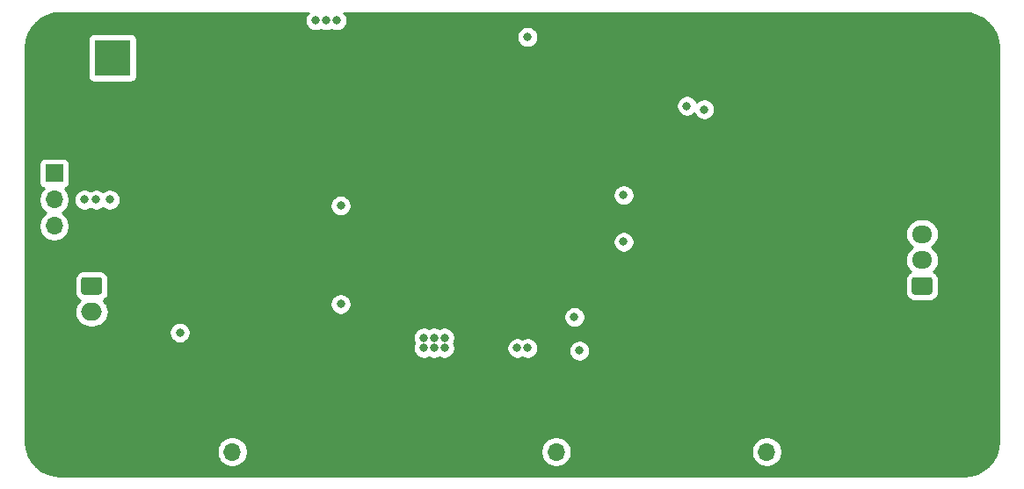
<source format=gbr>
G04 #@! TF.GenerationSoftware,KiCad,Pcbnew,5.1.10-88a1d61d58~90~ubuntu20.10.1*
G04 #@! TF.CreationDate,2021-08-07T15:31:49+02:00*
G04 #@! TF.ProjectId,DccDecoder,44636344-6563-46f6-9465-722e6b696361,rev?*
G04 #@! TF.SameCoordinates,Original*
G04 #@! TF.FileFunction,Copper,L2,Inr*
G04 #@! TF.FilePolarity,Positive*
%FSLAX46Y46*%
G04 Gerber Fmt 4.6, Leading zero omitted, Abs format (unit mm)*
G04 Created by KiCad (PCBNEW 5.1.10-88a1d61d58~90~ubuntu20.10.1) date 2021-08-07 15:31:49*
%MOMM*%
%LPD*%
G01*
G04 APERTURE LIST*
G04 #@! TA.AperFunction,ComponentPad*
%ADD10C,4.700000*%
G04 #@! TD*
G04 #@! TA.AperFunction,ComponentPad*
%ADD11O,1.700000X1.700000*%
G04 #@! TD*
G04 #@! TA.AperFunction,ComponentPad*
%ADD12R,1.700000X1.700000*%
G04 #@! TD*
G04 #@! TA.AperFunction,ComponentPad*
%ADD13R,3.500000X3.500000*%
G04 #@! TD*
G04 #@! TA.AperFunction,ComponentPad*
%ADD14O,1.950000X1.700000*%
G04 #@! TD*
G04 #@! TA.AperFunction,ComponentPad*
%ADD15O,2.000000X1.700000*%
G04 #@! TD*
G04 #@! TA.AperFunction,ViaPad*
%ADD16C,0.800000*%
G04 #@! TD*
G04 #@! TA.AperFunction,Conductor*
%ADD17C,0.254000*%
G04 #@! TD*
G04 #@! TA.AperFunction,Conductor*
%ADD18C,0.100000*%
G04 #@! TD*
G04 APERTURE END LIST*
D10*
X111000000Y-24000000D03*
X111000000Y-62000000D03*
X24000000Y-62000000D03*
D11*
X92040000Y-63000000D03*
D12*
X89500000Y-63000000D03*
D11*
X71750000Y-63000000D03*
D12*
X69210000Y-63000000D03*
G04 #@! TA.AperFunction,ComponentPad*
G36*
G01*
X24250000Y-30575000D02*
X24250000Y-28825000D01*
G75*
G02*
X25125000Y-27950000I875000J0D01*
G01*
X26875000Y-27950000D01*
G75*
G02*
X27750000Y-28825000I0J-875000D01*
G01*
X27750000Y-30575000D01*
G75*
G02*
X26875000Y-31450000I-875000J0D01*
G01*
X25125000Y-31450000D01*
G75*
G02*
X24250000Y-30575000I0J875000D01*
G01*
G37*
G04 #@! TD.AperFunction*
G04 #@! TA.AperFunction,ComponentPad*
G36*
G01*
X21500000Y-26000000D02*
X21500000Y-24000000D01*
G75*
G02*
X22250000Y-23250000I750000J0D01*
G01*
X23750000Y-23250000D01*
G75*
G02*
X24500000Y-24000000I0J-750000D01*
G01*
X24500000Y-26000000D01*
G75*
G02*
X23750000Y-26750000I-750000J0D01*
G01*
X22250000Y-26750000D01*
G75*
G02*
X21500000Y-26000000I0J750000D01*
G01*
G37*
G04 #@! TD.AperFunction*
D13*
X29000000Y-25000000D03*
D14*
X107000000Y-39500000D03*
X107000000Y-42000000D03*
X107000000Y-44500000D03*
G04 #@! TA.AperFunction,ComponentPad*
G36*
G01*
X107725000Y-47850000D02*
X106275000Y-47850000D01*
G75*
G02*
X106025000Y-47600000I0J250000D01*
G01*
X106025000Y-46400000D01*
G75*
G02*
X106275000Y-46150000I250000J0D01*
G01*
X107725000Y-46150000D01*
G75*
G02*
X107975000Y-46400000I0J-250000D01*
G01*
X107975000Y-47600000D01*
G75*
G02*
X107725000Y-47850000I-250000J0D01*
G01*
G37*
G04 #@! TD.AperFunction*
D11*
X40540000Y-63000000D03*
D12*
X38000000Y-63000000D03*
D11*
X23400000Y-41230000D03*
X23400000Y-38690000D03*
D12*
X23400000Y-36150000D03*
D15*
X27000000Y-49500000D03*
G04 #@! TA.AperFunction,ComponentPad*
G36*
G01*
X26250000Y-46150000D02*
X27750000Y-46150000D01*
G75*
G02*
X28000000Y-46400000I0J-250000D01*
G01*
X28000000Y-47600000D01*
G75*
G02*
X27750000Y-47850000I-250000J0D01*
G01*
X26250000Y-47850000D01*
G75*
G02*
X26000000Y-47600000I0J250000D01*
G01*
X26000000Y-46400000D01*
G75*
G02*
X26250000Y-46150000I250000J0D01*
G01*
G37*
G04 #@! TD.AperFunction*
D16*
X102000000Y-48500000D03*
X61250000Y-31250000D03*
X60250000Y-31250000D03*
X59250000Y-31250000D03*
X62250000Y-31250000D03*
X79500000Y-46500000D03*
X79500000Y-49500000D03*
X59000000Y-36000000D03*
X45800000Y-31400000D03*
X44200000Y-27400000D03*
X50600000Y-21400000D03*
X49600000Y-21400000D03*
X48600000Y-21400000D03*
X26310000Y-38690000D03*
X27439988Y-38690000D03*
X28750000Y-38690000D03*
X59000000Y-53000000D03*
X60000000Y-53000000D03*
X61000000Y-53000000D03*
X61000000Y-52000000D03*
X60000000Y-52000000D03*
X59000000Y-52000000D03*
X69000000Y-53000000D03*
X68000000Y-53000000D03*
X69000000Y-23000000D03*
X74000000Y-53250000D03*
X35500000Y-51500000D03*
X73500000Y-50000000D03*
X86025000Y-29975000D03*
X84350000Y-29650000D03*
X51000000Y-48750000D03*
X78250410Y-42749590D03*
X51000000Y-39250000D03*
X78250000Y-38250000D03*
D17*
X47796063Y-20740226D02*
X47682795Y-20909744D01*
X47604774Y-21098102D01*
X47565000Y-21298061D01*
X47565000Y-21501939D01*
X47604774Y-21701898D01*
X47682795Y-21890256D01*
X47796063Y-22059774D01*
X47940226Y-22203937D01*
X48109744Y-22317205D01*
X48298102Y-22395226D01*
X48498061Y-22435000D01*
X48701939Y-22435000D01*
X48901898Y-22395226D01*
X49090256Y-22317205D01*
X49100000Y-22310694D01*
X49109744Y-22317205D01*
X49298102Y-22395226D01*
X49498061Y-22435000D01*
X49701939Y-22435000D01*
X49901898Y-22395226D01*
X50090256Y-22317205D01*
X50100000Y-22310694D01*
X50109744Y-22317205D01*
X50298102Y-22395226D01*
X50498061Y-22435000D01*
X50701939Y-22435000D01*
X50901898Y-22395226D01*
X51090256Y-22317205D01*
X51259774Y-22203937D01*
X51403937Y-22059774D01*
X51517205Y-21890256D01*
X51595226Y-21701898D01*
X51635000Y-21501939D01*
X51635000Y-21298061D01*
X51595226Y-21098102D01*
X51517205Y-20909744D01*
X51403937Y-20740226D01*
X51323711Y-20660000D01*
X110967722Y-20660000D01*
X111648126Y-20726714D01*
X112271572Y-20914943D01*
X112846579Y-21220681D01*
X113351247Y-21632279D01*
X113766362Y-22134067D01*
X114076105Y-22706924D01*
X114268682Y-23329039D01*
X114340001Y-24007594D01*
X114340000Y-61967721D01*
X114273286Y-62648126D01*
X114085057Y-63271570D01*
X113779323Y-63846573D01*
X113367721Y-64351248D01*
X112865933Y-64766362D01*
X112293077Y-65076104D01*
X111670961Y-65268682D01*
X110992417Y-65340000D01*
X24032279Y-65340000D01*
X23351874Y-65273286D01*
X22728430Y-65085057D01*
X22153427Y-64779323D01*
X21648752Y-64367721D01*
X21233638Y-63865933D01*
X20923896Y-63293077D01*
X20787898Y-62853740D01*
X39055000Y-62853740D01*
X39055000Y-63146260D01*
X39112068Y-63433158D01*
X39224010Y-63703411D01*
X39386525Y-63946632D01*
X39593368Y-64153475D01*
X39836589Y-64315990D01*
X40106842Y-64427932D01*
X40393740Y-64485000D01*
X40686260Y-64485000D01*
X40973158Y-64427932D01*
X41243411Y-64315990D01*
X41486632Y-64153475D01*
X41693475Y-63946632D01*
X41855990Y-63703411D01*
X41967932Y-63433158D01*
X42025000Y-63146260D01*
X42025000Y-62853740D01*
X70265000Y-62853740D01*
X70265000Y-63146260D01*
X70322068Y-63433158D01*
X70434010Y-63703411D01*
X70596525Y-63946632D01*
X70803368Y-64153475D01*
X71046589Y-64315990D01*
X71316842Y-64427932D01*
X71603740Y-64485000D01*
X71896260Y-64485000D01*
X72183158Y-64427932D01*
X72453411Y-64315990D01*
X72696632Y-64153475D01*
X72903475Y-63946632D01*
X73065990Y-63703411D01*
X73177932Y-63433158D01*
X73235000Y-63146260D01*
X73235000Y-62853740D01*
X90555000Y-62853740D01*
X90555000Y-63146260D01*
X90612068Y-63433158D01*
X90724010Y-63703411D01*
X90886525Y-63946632D01*
X91093368Y-64153475D01*
X91336589Y-64315990D01*
X91606842Y-64427932D01*
X91893740Y-64485000D01*
X92186260Y-64485000D01*
X92473158Y-64427932D01*
X92743411Y-64315990D01*
X92986632Y-64153475D01*
X93193475Y-63946632D01*
X93355990Y-63703411D01*
X93467932Y-63433158D01*
X93525000Y-63146260D01*
X93525000Y-62853740D01*
X93467932Y-62566842D01*
X93355990Y-62296589D01*
X93193475Y-62053368D01*
X92986632Y-61846525D01*
X92743411Y-61684010D01*
X92473158Y-61572068D01*
X92186260Y-61515000D01*
X91893740Y-61515000D01*
X91606842Y-61572068D01*
X91336589Y-61684010D01*
X91093368Y-61846525D01*
X90886525Y-62053368D01*
X90724010Y-62296589D01*
X90612068Y-62566842D01*
X90555000Y-62853740D01*
X73235000Y-62853740D01*
X73177932Y-62566842D01*
X73065990Y-62296589D01*
X72903475Y-62053368D01*
X72696632Y-61846525D01*
X72453411Y-61684010D01*
X72183158Y-61572068D01*
X71896260Y-61515000D01*
X71603740Y-61515000D01*
X71316842Y-61572068D01*
X71046589Y-61684010D01*
X70803368Y-61846525D01*
X70596525Y-62053368D01*
X70434010Y-62296589D01*
X70322068Y-62566842D01*
X70265000Y-62853740D01*
X42025000Y-62853740D01*
X41967932Y-62566842D01*
X41855990Y-62296589D01*
X41693475Y-62053368D01*
X41486632Y-61846525D01*
X41243411Y-61684010D01*
X40973158Y-61572068D01*
X40686260Y-61515000D01*
X40393740Y-61515000D01*
X40106842Y-61572068D01*
X39836589Y-61684010D01*
X39593368Y-61846525D01*
X39386525Y-62053368D01*
X39224010Y-62296589D01*
X39112068Y-62566842D01*
X39055000Y-62853740D01*
X20787898Y-62853740D01*
X20731318Y-62670961D01*
X20660000Y-61992417D01*
X20660000Y-51398061D01*
X34465000Y-51398061D01*
X34465000Y-51601939D01*
X34504774Y-51801898D01*
X34582795Y-51990256D01*
X34696063Y-52159774D01*
X34840226Y-52303937D01*
X35009744Y-52417205D01*
X35198102Y-52495226D01*
X35398061Y-52535000D01*
X35601939Y-52535000D01*
X35801898Y-52495226D01*
X35990256Y-52417205D01*
X36159774Y-52303937D01*
X36303937Y-52159774D01*
X36417205Y-51990256D01*
X36455393Y-51898061D01*
X57965000Y-51898061D01*
X57965000Y-52101939D01*
X58004774Y-52301898D01*
X58082795Y-52490256D01*
X58089306Y-52500000D01*
X58082795Y-52509744D01*
X58004774Y-52698102D01*
X57965000Y-52898061D01*
X57965000Y-53101939D01*
X58004774Y-53301898D01*
X58082795Y-53490256D01*
X58196063Y-53659774D01*
X58340226Y-53803937D01*
X58509744Y-53917205D01*
X58698102Y-53995226D01*
X58898061Y-54035000D01*
X59101939Y-54035000D01*
X59301898Y-53995226D01*
X59490256Y-53917205D01*
X59500000Y-53910694D01*
X59509744Y-53917205D01*
X59698102Y-53995226D01*
X59898061Y-54035000D01*
X60101939Y-54035000D01*
X60301898Y-53995226D01*
X60490256Y-53917205D01*
X60500000Y-53910694D01*
X60509744Y-53917205D01*
X60698102Y-53995226D01*
X60898061Y-54035000D01*
X61101939Y-54035000D01*
X61301898Y-53995226D01*
X61490256Y-53917205D01*
X61659774Y-53803937D01*
X61803937Y-53659774D01*
X61917205Y-53490256D01*
X61995226Y-53301898D01*
X62035000Y-53101939D01*
X62035000Y-52898061D01*
X66965000Y-52898061D01*
X66965000Y-53101939D01*
X67004774Y-53301898D01*
X67082795Y-53490256D01*
X67196063Y-53659774D01*
X67340226Y-53803937D01*
X67509744Y-53917205D01*
X67698102Y-53995226D01*
X67898061Y-54035000D01*
X68101939Y-54035000D01*
X68301898Y-53995226D01*
X68490256Y-53917205D01*
X68500000Y-53910694D01*
X68509744Y-53917205D01*
X68698102Y-53995226D01*
X68898061Y-54035000D01*
X69101939Y-54035000D01*
X69301898Y-53995226D01*
X69490256Y-53917205D01*
X69659774Y-53803937D01*
X69803937Y-53659774D01*
X69917205Y-53490256D01*
X69995226Y-53301898D01*
X70025825Y-53148061D01*
X72965000Y-53148061D01*
X72965000Y-53351939D01*
X73004774Y-53551898D01*
X73082795Y-53740256D01*
X73196063Y-53909774D01*
X73340226Y-54053937D01*
X73509744Y-54167205D01*
X73698102Y-54245226D01*
X73898061Y-54285000D01*
X74101939Y-54285000D01*
X74301898Y-54245226D01*
X74490256Y-54167205D01*
X74659774Y-54053937D01*
X74803937Y-53909774D01*
X74917205Y-53740256D01*
X74995226Y-53551898D01*
X75035000Y-53351939D01*
X75035000Y-53148061D01*
X74995226Y-52948102D01*
X74917205Y-52759744D01*
X74803937Y-52590226D01*
X74659774Y-52446063D01*
X74490256Y-52332795D01*
X74301898Y-52254774D01*
X74101939Y-52215000D01*
X73898061Y-52215000D01*
X73698102Y-52254774D01*
X73509744Y-52332795D01*
X73340226Y-52446063D01*
X73196063Y-52590226D01*
X73082795Y-52759744D01*
X73004774Y-52948102D01*
X72965000Y-53148061D01*
X70025825Y-53148061D01*
X70035000Y-53101939D01*
X70035000Y-52898061D01*
X69995226Y-52698102D01*
X69917205Y-52509744D01*
X69803937Y-52340226D01*
X69659774Y-52196063D01*
X69490256Y-52082795D01*
X69301898Y-52004774D01*
X69101939Y-51965000D01*
X68898061Y-51965000D01*
X68698102Y-52004774D01*
X68509744Y-52082795D01*
X68500000Y-52089306D01*
X68490256Y-52082795D01*
X68301898Y-52004774D01*
X68101939Y-51965000D01*
X67898061Y-51965000D01*
X67698102Y-52004774D01*
X67509744Y-52082795D01*
X67340226Y-52196063D01*
X67196063Y-52340226D01*
X67082795Y-52509744D01*
X67004774Y-52698102D01*
X66965000Y-52898061D01*
X62035000Y-52898061D01*
X61995226Y-52698102D01*
X61917205Y-52509744D01*
X61910694Y-52500000D01*
X61917205Y-52490256D01*
X61995226Y-52301898D01*
X62035000Y-52101939D01*
X62035000Y-51898061D01*
X61995226Y-51698102D01*
X61917205Y-51509744D01*
X61803937Y-51340226D01*
X61659774Y-51196063D01*
X61490256Y-51082795D01*
X61301898Y-51004774D01*
X61101939Y-50965000D01*
X60898061Y-50965000D01*
X60698102Y-51004774D01*
X60509744Y-51082795D01*
X60500000Y-51089306D01*
X60490256Y-51082795D01*
X60301898Y-51004774D01*
X60101939Y-50965000D01*
X59898061Y-50965000D01*
X59698102Y-51004774D01*
X59509744Y-51082795D01*
X59500000Y-51089306D01*
X59490256Y-51082795D01*
X59301898Y-51004774D01*
X59101939Y-50965000D01*
X58898061Y-50965000D01*
X58698102Y-51004774D01*
X58509744Y-51082795D01*
X58340226Y-51196063D01*
X58196063Y-51340226D01*
X58082795Y-51509744D01*
X58004774Y-51698102D01*
X57965000Y-51898061D01*
X36455393Y-51898061D01*
X36495226Y-51801898D01*
X36535000Y-51601939D01*
X36535000Y-51398061D01*
X36495226Y-51198102D01*
X36417205Y-51009744D01*
X36303937Y-50840226D01*
X36159774Y-50696063D01*
X35990256Y-50582795D01*
X35801898Y-50504774D01*
X35601939Y-50465000D01*
X35398061Y-50465000D01*
X35198102Y-50504774D01*
X35009744Y-50582795D01*
X34840226Y-50696063D01*
X34696063Y-50840226D01*
X34582795Y-51009744D01*
X34504774Y-51198102D01*
X34465000Y-51398061D01*
X20660000Y-51398061D01*
X20660000Y-49500000D01*
X25357815Y-49500000D01*
X25386487Y-49791111D01*
X25471401Y-50071034D01*
X25609294Y-50329014D01*
X25794866Y-50555134D01*
X26020986Y-50740706D01*
X26278966Y-50878599D01*
X26558889Y-50963513D01*
X26777050Y-50985000D01*
X27222950Y-50985000D01*
X27441111Y-50963513D01*
X27721034Y-50878599D01*
X27979014Y-50740706D01*
X28205134Y-50555134D01*
X28390706Y-50329014D01*
X28528599Y-50071034D01*
X28581069Y-49898061D01*
X72465000Y-49898061D01*
X72465000Y-50101939D01*
X72504774Y-50301898D01*
X72582795Y-50490256D01*
X72696063Y-50659774D01*
X72840226Y-50803937D01*
X73009744Y-50917205D01*
X73198102Y-50995226D01*
X73398061Y-51035000D01*
X73601939Y-51035000D01*
X73801898Y-50995226D01*
X73990256Y-50917205D01*
X74159774Y-50803937D01*
X74303937Y-50659774D01*
X74417205Y-50490256D01*
X74495226Y-50301898D01*
X74535000Y-50101939D01*
X74535000Y-49898061D01*
X74495226Y-49698102D01*
X74417205Y-49509744D01*
X74303937Y-49340226D01*
X74159774Y-49196063D01*
X73990256Y-49082795D01*
X73801898Y-49004774D01*
X73601939Y-48965000D01*
X73398061Y-48965000D01*
X73198102Y-49004774D01*
X73009744Y-49082795D01*
X72840226Y-49196063D01*
X72696063Y-49340226D01*
X72582795Y-49509744D01*
X72504774Y-49698102D01*
X72465000Y-49898061D01*
X28581069Y-49898061D01*
X28613513Y-49791111D01*
X28642185Y-49500000D01*
X28613513Y-49208889D01*
X28528599Y-48928966D01*
X28390706Y-48670986D01*
X28371892Y-48648061D01*
X49965000Y-48648061D01*
X49965000Y-48851939D01*
X50004774Y-49051898D01*
X50082795Y-49240256D01*
X50196063Y-49409774D01*
X50340226Y-49553937D01*
X50509744Y-49667205D01*
X50698102Y-49745226D01*
X50898061Y-49785000D01*
X51101939Y-49785000D01*
X51301898Y-49745226D01*
X51490256Y-49667205D01*
X51659774Y-49553937D01*
X51803937Y-49409774D01*
X51917205Y-49240256D01*
X51995226Y-49051898D01*
X52035000Y-48851939D01*
X52035000Y-48648061D01*
X51995226Y-48448102D01*
X51917205Y-48259744D01*
X51803937Y-48090226D01*
X51659774Y-47946063D01*
X51490256Y-47832795D01*
X51301898Y-47754774D01*
X51101939Y-47715000D01*
X50898061Y-47715000D01*
X50698102Y-47754774D01*
X50509744Y-47832795D01*
X50340226Y-47946063D01*
X50196063Y-48090226D01*
X50082795Y-48259744D01*
X50004774Y-48448102D01*
X49965000Y-48648061D01*
X28371892Y-48648061D01*
X28205134Y-48444866D01*
X28141663Y-48392777D01*
X28243386Y-48338405D01*
X28377962Y-48227962D01*
X28488405Y-48093386D01*
X28570472Y-47939850D01*
X28621008Y-47773254D01*
X28638072Y-47600000D01*
X28638072Y-46400000D01*
X28621008Y-46226746D01*
X28570472Y-46060150D01*
X28488405Y-45906614D01*
X28377962Y-45772038D01*
X28243386Y-45661595D01*
X28089850Y-45579528D01*
X27923254Y-45528992D01*
X27750000Y-45511928D01*
X26250000Y-45511928D01*
X26076746Y-45528992D01*
X25910150Y-45579528D01*
X25756614Y-45661595D01*
X25622038Y-45772038D01*
X25511595Y-45906614D01*
X25429528Y-46060150D01*
X25378992Y-46226746D01*
X25361928Y-46400000D01*
X25361928Y-47600000D01*
X25378992Y-47773254D01*
X25429528Y-47939850D01*
X25511595Y-48093386D01*
X25622038Y-48227962D01*
X25756614Y-48338405D01*
X25858337Y-48392777D01*
X25794866Y-48444866D01*
X25609294Y-48670986D01*
X25471401Y-48928966D01*
X25386487Y-49208889D01*
X25357815Y-49500000D01*
X20660000Y-49500000D01*
X20660000Y-35300000D01*
X21911928Y-35300000D01*
X21911928Y-37000000D01*
X21924188Y-37124482D01*
X21960498Y-37244180D01*
X22019463Y-37354494D01*
X22098815Y-37451185D01*
X22195506Y-37530537D01*
X22305820Y-37589502D01*
X22378380Y-37611513D01*
X22246525Y-37743368D01*
X22084010Y-37986589D01*
X21972068Y-38256842D01*
X21915000Y-38543740D01*
X21915000Y-38836260D01*
X21972068Y-39123158D01*
X22084010Y-39393411D01*
X22246525Y-39636632D01*
X22453368Y-39843475D01*
X22627760Y-39960000D01*
X22453368Y-40076525D01*
X22246525Y-40283368D01*
X22084010Y-40526589D01*
X21972068Y-40796842D01*
X21915000Y-41083740D01*
X21915000Y-41376260D01*
X21972068Y-41663158D01*
X22084010Y-41933411D01*
X22246525Y-42176632D01*
X22453368Y-42383475D01*
X22696589Y-42545990D01*
X22966842Y-42657932D01*
X23253740Y-42715000D01*
X23546260Y-42715000D01*
X23833158Y-42657932D01*
X23857978Y-42647651D01*
X77215410Y-42647651D01*
X77215410Y-42851529D01*
X77255184Y-43051488D01*
X77333205Y-43239846D01*
X77446473Y-43409364D01*
X77590636Y-43553527D01*
X77760154Y-43666795D01*
X77948512Y-43744816D01*
X78148471Y-43784590D01*
X78352349Y-43784590D01*
X78552308Y-43744816D01*
X78740666Y-43666795D01*
X78910184Y-43553527D01*
X79054347Y-43409364D01*
X79167615Y-43239846D01*
X79245636Y-43051488D01*
X79285410Y-42851529D01*
X79285410Y-42647651D01*
X79245636Y-42447692D01*
X79167615Y-42259334D01*
X79054347Y-42089816D01*
X78964531Y-42000000D01*
X105382815Y-42000000D01*
X105411487Y-42291111D01*
X105496401Y-42571034D01*
X105634294Y-42829014D01*
X105819866Y-43055134D01*
X106045986Y-43240706D01*
X106063374Y-43250000D01*
X106045986Y-43259294D01*
X105819866Y-43444866D01*
X105634294Y-43670986D01*
X105496401Y-43928966D01*
X105411487Y-44208889D01*
X105382815Y-44500000D01*
X105411487Y-44791111D01*
X105496401Y-45071034D01*
X105634294Y-45329014D01*
X105819866Y-45555134D01*
X105883337Y-45607223D01*
X105781614Y-45661595D01*
X105647038Y-45772038D01*
X105536595Y-45906614D01*
X105454528Y-46060150D01*
X105403992Y-46226746D01*
X105386928Y-46400000D01*
X105386928Y-47600000D01*
X105403992Y-47773254D01*
X105454528Y-47939850D01*
X105536595Y-48093386D01*
X105647038Y-48227962D01*
X105781614Y-48338405D01*
X105935150Y-48420472D01*
X106101746Y-48471008D01*
X106275000Y-48488072D01*
X107725000Y-48488072D01*
X107898254Y-48471008D01*
X108064850Y-48420472D01*
X108218386Y-48338405D01*
X108352962Y-48227962D01*
X108463405Y-48093386D01*
X108545472Y-47939850D01*
X108596008Y-47773254D01*
X108613072Y-47600000D01*
X108613072Y-46400000D01*
X108596008Y-46226746D01*
X108545472Y-46060150D01*
X108463405Y-45906614D01*
X108352962Y-45772038D01*
X108218386Y-45661595D01*
X108116663Y-45607223D01*
X108180134Y-45555134D01*
X108365706Y-45329014D01*
X108503599Y-45071034D01*
X108588513Y-44791111D01*
X108617185Y-44500000D01*
X108588513Y-44208889D01*
X108503599Y-43928966D01*
X108365706Y-43670986D01*
X108180134Y-43444866D01*
X107954014Y-43259294D01*
X107936626Y-43250000D01*
X107954014Y-43240706D01*
X108180134Y-43055134D01*
X108365706Y-42829014D01*
X108503599Y-42571034D01*
X108588513Y-42291111D01*
X108617185Y-42000000D01*
X108588513Y-41708889D01*
X108503599Y-41428966D01*
X108365706Y-41170986D01*
X108180134Y-40944866D01*
X107954014Y-40759294D01*
X107696034Y-40621401D01*
X107416111Y-40536487D01*
X107197950Y-40515000D01*
X106802050Y-40515000D01*
X106583889Y-40536487D01*
X106303966Y-40621401D01*
X106045986Y-40759294D01*
X105819866Y-40944866D01*
X105634294Y-41170986D01*
X105496401Y-41428966D01*
X105411487Y-41708889D01*
X105382815Y-42000000D01*
X78964531Y-42000000D01*
X78910184Y-41945653D01*
X78740666Y-41832385D01*
X78552308Y-41754364D01*
X78352349Y-41714590D01*
X78148471Y-41714590D01*
X77948512Y-41754364D01*
X77760154Y-41832385D01*
X77590636Y-41945653D01*
X77446473Y-42089816D01*
X77333205Y-42259334D01*
X77255184Y-42447692D01*
X77215410Y-42647651D01*
X23857978Y-42647651D01*
X24103411Y-42545990D01*
X24346632Y-42383475D01*
X24553475Y-42176632D01*
X24715990Y-41933411D01*
X24827932Y-41663158D01*
X24885000Y-41376260D01*
X24885000Y-41083740D01*
X24827932Y-40796842D01*
X24715990Y-40526589D01*
X24553475Y-40283368D01*
X24346632Y-40076525D01*
X24172240Y-39960000D01*
X24346632Y-39843475D01*
X24553475Y-39636632D01*
X24715990Y-39393411D01*
X24827932Y-39123158D01*
X24885000Y-38836260D01*
X24885000Y-38588061D01*
X25275000Y-38588061D01*
X25275000Y-38791939D01*
X25314774Y-38991898D01*
X25392795Y-39180256D01*
X25506063Y-39349774D01*
X25650226Y-39493937D01*
X25819744Y-39607205D01*
X26008102Y-39685226D01*
X26208061Y-39725000D01*
X26411939Y-39725000D01*
X26611898Y-39685226D01*
X26800256Y-39607205D01*
X26874994Y-39557267D01*
X26949732Y-39607205D01*
X27138090Y-39685226D01*
X27338049Y-39725000D01*
X27541927Y-39725000D01*
X27741886Y-39685226D01*
X27930244Y-39607205D01*
X28094994Y-39497123D01*
X28259744Y-39607205D01*
X28448102Y-39685226D01*
X28648061Y-39725000D01*
X28851939Y-39725000D01*
X29051898Y-39685226D01*
X29240256Y-39607205D01*
X29409774Y-39493937D01*
X29553937Y-39349774D01*
X29667205Y-39180256D01*
X29680540Y-39148061D01*
X49965000Y-39148061D01*
X49965000Y-39351939D01*
X50004774Y-39551898D01*
X50082795Y-39740256D01*
X50196063Y-39909774D01*
X50340226Y-40053937D01*
X50509744Y-40167205D01*
X50698102Y-40245226D01*
X50898061Y-40285000D01*
X51101939Y-40285000D01*
X51301898Y-40245226D01*
X51490256Y-40167205D01*
X51659774Y-40053937D01*
X51803937Y-39909774D01*
X51917205Y-39740256D01*
X51995226Y-39551898D01*
X52035000Y-39351939D01*
X52035000Y-39148061D01*
X51995226Y-38948102D01*
X51917205Y-38759744D01*
X51803937Y-38590226D01*
X51659774Y-38446063D01*
X51490256Y-38332795D01*
X51301898Y-38254774D01*
X51101939Y-38215000D01*
X50898061Y-38215000D01*
X50698102Y-38254774D01*
X50509744Y-38332795D01*
X50340226Y-38446063D01*
X50196063Y-38590226D01*
X50082795Y-38759744D01*
X50004774Y-38948102D01*
X49965000Y-39148061D01*
X29680540Y-39148061D01*
X29745226Y-38991898D01*
X29785000Y-38791939D01*
X29785000Y-38588061D01*
X29745226Y-38388102D01*
X29667205Y-38199744D01*
X29632672Y-38148061D01*
X77215000Y-38148061D01*
X77215000Y-38351939D01*
X77254774Y-38551898D01*
X77332795Y-38740256D01*
X77446063Y-38909774D01*
X77590226Y-39053937D01*
X77759744Y-39167205D01*
X77948102Y-39245226D01*
X78148061Y-39285000D01*
X78351939Y-39285000D01*
X78551898Y-39245226D01*
X78740256Y-39167205D01*
X78909774Y-39053937D01*
X79053937Y-38909774D01*
X79167205Y-38740256D01*
X79245226Y-38551898D01*
X79285000Y-38351939D01*
X79285000Y-38148061D01*
X79245226Y-37948102D01*
X79167205Y-37759744D01*
X79053937Y-37590226D01*
X78909774Y-37446063D01*
X78740256Y-37332795D01*
X78551898Y-37254774D01*
X78351939Y-37215000D01*
X78148061Y-37215000D01*
X77948102Y-37254774D01*
X77759744Y-37332795D01*
X77590226Y-37446063D01*
X77446063Y-37590226D01*
X77332795Y-37759744D01*
X77254774Y-37948102D01*
X77215000Y-38148061D01*
X29632672Y-38148061D01*
X29553937Y-38030226D01*
X29409774Y-37886063D01*
X29240256Y-37772795D01*
X29051898Y-37694774D01*
X28851939Y-37655000D01*
X28648061Y-37655000D01*
X28448102Y-37694774D01*
X28259744Y-37772795D01*
X28094994Y-37882877D01*
X27930244Y-37772795D01*
X27741886Y-37694774D01*
X27541927Y-37655000D01*
X27338049Y-37655000D01*
X27138090Y-37694774D01*
X26949732Y-37772795D01*
X26874994Y-37822733D01*
X26800256Y-37772795D01*
X26611898Y-37694774D01*
X26411939Y-37655000D01*
X26208061Y-37655000D01*
X26008102Y-37694774D01*
X25819744Y-37772795D01*
X25650226Y-37886063D01*
X25506063Y-38030226D01*
X25392795Y-38199744D01*
X25314774Y-38388102D01*
X25275000Y-38588061D01*
X24885000Y-38588061D01*
X24885000Y-38543740D01*
X24827932Y-38256842D01*
X24715990Y-37986589D01*
X24553475Y-37743368D01*
X24421620Y-37611513D01*
X24494180Y-37589502D01*
X24604494Y-37530537D01*
X24701185Y-37451185D01*
X24780537Y-37354494D01*
X24839502Y-37244180D01*
X24875812Y-37124482D01*
X24888072Y-37000000D01*
X24888072Y-35300000D01*
X24875812Y-35175518D01*
X24839502Y-35055820D01*
X24780537Y-34945506D01*
X24701185Y-34848815D01*
X24604494Y-34769463D01*
X24494180Y-34710498D01*
X24374482Y-34674188D01*
X24250000Y-34661928D01*
X22550000Y-34661928D01*
X22425518Y-34674188D01*
X22305820Y-34710498D01*
X22195506Y-34769463D01*
X22098815Y-34848815D01*
X22019463Y-34945506D01*
X21960498Y-35055820D01*
X21924188Y-35175518D01*
X21911928Y-35300000D01*
X20660000Y-35300000D01*
X20660000Y-29548061D01*
X83315000Y-29548061D01*
X83315000Y-29751939D01*
X83354774Y-29951898D01*
X83432795Y-30140256D01*
X83546063Y-30309774D01*
X83690226Y-30453937D01*
X83859744Y-30567205D01*
X84048102Y-30645226D01*
X84248061Y-30685000D01*
X84451939Y-30685000D01*
X84651898Y-30645226D01*
X84840256Y-30567205D01*
X85009774Y-30453937D01*
X85075770Y-30387941D01*
X85107795Y-30465256D01*
X85221063Y-30634774D01*
X85365226Y-30778937D01*
X85534744Y-30892205D01*
X85723102Y-30970226D01*
X85923061Y-31010000D01*
X86126939Y-31010000D01*
X86326898Y-30970226D01*
X86515256Y-30892205D01*
X86684774Y-30778937D01*
X86828937Y-30634774D01*
X86942205Y-30465256D01*
X87020226Y-30276898D01*
X87060000Y-30076939D01*
X87060000Y-29873061D01*
X87020226Y-29673102D01*
X86942205Y-29484744D01*
X86828937Y-29315226D01*
X86684774Y-29171063D01*
X86515256Y-29057795D01*
X86326898Y-28979774D01*
X86126939Y-28940000D01*
X85923061Y-28940000D01*
X85723102Y-28979774D01*
X85534744Y-29057795D01*
X85365226Y-29171063D01*
X85299230Y-29237059D01*
X85267205Y-29159744D01*
X85153937Y-28990226D01*
X85009774Y-28846063D01*
X84840256Y-28732795D01*
X84651898Y-28654774D01*
X84451939Y-28615000D01*
X84248061Y-28615000D01*
X84048102Y-28654774D01*
X83859744Y-28732795D01*
X83690226Y-28846063D01*
X83546063Y-28990226D01*
X83432795Y-29159744D01*
X83354774Y-29348102D01*
X83315000Y-29548061D01*
X20660000Y-29548061D01*
X20660000Y-24032278D01*
X20726714Y-23351874D01*
X20757471Y-23250000D01*
X26611928Y-23250000D01*
X26611928Y-26750000D01*
X26624188Y-26874482D01*
X26660498Y-26994180D01*
X26719463Y-27104494D01*
X26798815Y-27201185D01*
X26895506Y-27280537D01*
X27005820Y-27339502D01*
X27125518Y-27375812D01*
X27250000Y-27388072D01*
X30750000Y-27388072D01*
X30874482Y-27375812D01*
X30994180Y-27339502D01*
X31104494Y-27280537D01*
X31201185Y-27201185D01*
X31280537Y-27104494D01*
X31339502Y-26994180D01*
X31375812Y-26874482D01*
X31388072Y-26750000D01*
X31388072Y-23250000D01*
X31375812Y-23125518D01*
X31339502Y-23005820D01*
X31281903Y-22898061D01*
X67965000Y-22898061D01*
X67965000Y-23101939D01*
X68004774Y-23301898D01*
X68082795Y-23490256D01*
X68196063Y-23659774D01*
X68340226Y-23803937D01*
X68509744Y-23917205D01*
X68698102Y-23995226D01*
X68898061Y-24035000D01*
X69101939Y-24035000D01*
X69301898Y-23995226D01*
X69490256Y-23917205D01*
X69659774Y-23803937D01*
X69803937Y-23659774D01*
X69917205Y-23490256D01*
X69995226Y-23301898D01*
X70035000Y-23101939D01*
X70035000Y-22898061D01*
X69995226Y-22698102D01*
X69917205Y-22509744D01*
X69803937Y-22340226D01*
X69659774Y-22196063D01*
X69490256Y-22082795D01*
X69301898Y-22004774D01*
X69101939Y-21965000D01*
X68898061Y-21965000D01*
X68698102Y-22004774D01*
X68509744Y-22082795D01*
X68340226Y-22196063D01*
X68196063Y-22340226D01*
X68082795Y-22509744D01*
X68004774Y-22698102D01*
X67965000Y-22898061D01*
X31281903Y-22898061D01*
X31280537Y-22895506D01*
X31201185Y-22798815D01*
X31104494Y-22719463D01*
X30994180Y-22660498D01*
X30874482Y-22624188D01*
X30750000Y-22611928D01*
X27250000Y-22611928D01*
X27125518Y-22624188D01*
X27005820Y-22660498D01*
X26895506Y-22719463D01*
X26798815Y-22798815D01*
X26719463Y-22895506D01*
X26660498Y-23005820D01*
X26624188Y-23125518D01*
X26611928Y-23250000D01*
X20757471Y-23250000D01*
X20914943Y-22728428D01*
X21220681Y-22153421D01*
X21632279Y-21648753D01*
X22134067Y-21233638D01*
X22706924Y-20923895D01*
X23329039Y-20731318D01*
X24007584Y-20660000D01*
X47876289Y-20660000D01*
X47796063Y-20740226D01*
G04 #@! TA.AperFunction,Conductor*
D18*
G36*
X47796063Y-20740226D02*
G01*
X47682795Y-20909744D01*
X47604774Y-21098102D01*
X47565000Y-21298061D01*
X47565000Y-21501939D01*
X47604774Y-21701898D01*
X47682795Y-21890256D01*
X47796063Y-22059774D01*
X47940226Y-22203937D01*
X48109744Y-22317205D01*
X48298102Y-22395226D01*
X48498061Y-22435000D01*
X48701939Y-22435000D01*
X48901898Y-22395226D01*
X49090256Y-22317205D01*
X49100000Y-22310694D01*
X49109744Y-22317205D01*
X49298102Y-22395226D01*
X49498061Y-22435000D01*
X49701939Y-22435000D01*
X49901898Y-22395226D01*
X50090256Y-22317205D01*
X50100000Y-22310694D01*
X50109744Y-22317205D01*
X50298102Y-22395226D01*
X50498061Y-22435000D01*
X50701939Y-22435000D01*
X50901898Y-22395226D01*
X51090256Y-22317205D01*
X51259774Y-22203937D01*
X51403937Y-22059774D01*
X51517205Y-21890256D01*
X51595226Y-21701898D01*
X51635000Y-21501939D01*
X51635000Y-21298061D01*
X51595226Y-21098102D01*
X51517205Y-20909744D01*
X51403937Y-20740226D01*
X51323711Y-20660000D01*
X110967722Y-20660000D01*
X111648126Y-20726714D01*
X112271572Y-20914943D01*
X112846579Y-21220681D01*
X113351247Y-21632279D01*
X113766362Y-22134067D01*
X114076105Y-22706924D01*
X114268682Y-23329039D01*
X114340001Y-24007594D01*
X114340000Y-61967721D01*
X114273286Y-62648126D01*
X114085057Y-63271570D01*
X113779323Y-63846573D01*
X113367721Y-64351248D01*
X112865933Y-64766362D01*
X112293077Y-65076104D01*
X111670961Y-65268682D01*
X110992417Y-65340000D01*
X24032279Y-65340000D01*
X23351874Y-65273286D01*
X22728430Y-65085057D01*
X22153427Y-64779323D01*
X21648752Y-64367721D01*
X21233638Y-63865933D01*
X20923896Y-63293077D01*
X20787898Y-62853740D01*
X39055000Y-62853740D01*
X39055000Y-63146260D01*
X39112068Y-63433158D01*
X39224010Y-63703411D01*
X39386525Y-63946632D01*
X39593368Y-64153475D01*
X39836589Y-64315990D01*
X40106842Y-64427932D01*
X40393740Y-64485000D01*
X40686260Y-64485000D01*
X40973158Y-64427932D01*
X41243411Y-64315990D01*
X41486632Y-64153475D01*
X41693475Y-63946632D01*
X41855990Y-63703411D01*
X41967932Y-63433158D01*
X42025000Y-63146260D01*
X42025000Y-62853740D01*
X70265000Y-62853740D01*
X70265000Y-63146260D01*
X70322068Y-63433158D01*
X70434010Y-63703411D01*
X70596525Y-63946632D01*
X70803368Y-64153475D01*
X71046589Y-64315990D01*
X71316842Y-64427932D01*
X71603740Y-64485000D01*
X71896260Y-64485000D01*
X72183158Y-64427932D01*
X72453411Y-64315990D01*
X72696632Y-64153475D01*
X72903475Y-63946632D01*
X73065990Y-63703411D01*
X73177932Y-63433158D01*
X73235000Y-63146260D01*
X73235000Y-62853740D01*
X90555000Y-62853740D01*
X90555000Y-63146260D01*
X90612068Y-63433158D01*
X90724010Y-63703411D01*
X90886525Y-63946632D01*
X91093368Y-64153475D01*
X91336589Y-64315990D01*
X91606842Y-64427932D01*
X91893740Y-64485000D01*
X92186260Y-64485000D01*
X92473158Y-64427932D01*
X92743411Y-64315990D01*
X92986632Y-64153475D01*
X93193475Y-63946632D01*
X93355990Y-63703411D01*
X93467932Y-63433158D01*
X93525000Y-63146260D01*
X93525000Y-62853740D01*
X93467932Y-62566842D01*
X93355990Y-62296589D01*
X93193475Y-62053368D01*
X92986632Y-61846525D01*
X92743411Y-61684010D01*
X92473158Y-61572068D01*
X92186260Y-61515000D01*
X91893740Y-61515000D01*
X91606842Y-61572068D01*
X91336589Y-61684010D01*
X91093368Y-61846525D01*
X90886525Y-62053368D01*
X90724010Y-62296589D01*
X90612068Y-62566842D01*
X90555000Y-62853740D01*
X73235000Y-62853740D01*
X73177932Y-62566842D01*
X73065990Y-62296589D01*
X72903475Y-62053368D01*
X72696632Y-61846525D01*
X72453411Y-61684010D01*
X72183158Y-61572068D01*
X71896260Y-61515000D01*
X71603740Y-61515000D01*
X71316842Y-61572068D01*
X71046589Y-61684010D01*
X70803368Y-61846525D01*
X70596525Y-62053368D01*
X70434010Y-62296589D01*
X70322068Y-62566842D01*
X70265000Y-62853740D01*
X42025000Y-62853740D01*
X41967932Y-62566842D01*
X41855990Y-62296589D01*
X41693475Y-62053368D01*
X41486632Y-61846525D01*
X41243411Y-61684010D01*
X40973158Y-61572068D01*
X40686260Y-61515000D01*
X40393740Y-61515000D01*
X40106842Y-61572068D01*
X39836589Y-61684010D01*
X39593368Y-61846525D01*
X39386525Y-62053368D01*
X39224010Y-62296589D01*
X39112068Y-62566842D01*
X39055000Y-62853740D01*
X20787898Y-62853740D01*
X20731318Y-62670961D01*
X20660000Y-61992417D01*
X20660000Y-51398061D01*
X34465000Y-51398061D01*
X34465000Y-51601939D01*
X34504774Y-51801898D01*
X34582795Y-51990256D01*
X34696063Y-52159774D01*
X34840226Y-52303937D01*
X35009744Y-52417205D01*
X35198102Y-52495226D01*
X35398061Y-52535000D01*
X35601939Y-52535000D01*
X35801898Y-52495226D01*
X35990256Y-52417205D01*
X36159774Y-52303937D01*
X36303937Y-52159774D01*
X36417205Y-51990256D01*
X36455393Y-51898061D01*
X57965000Y-51898061D01*
X57965000Y-52101939D01*
X58004774Y-52301898D01*
X58082795Y-52490256D01*
X58089306Y-52500000D01*
X58082795Y-52509744D01*
X58004774Y-52698102D01*
X57965000Y-52898061D01*
X57965000Y-53101939D01*
X58004774Y-53301898D01*
X58082795Y-53490256D01*
X58196063Y-53659774D01*
X58340226Y-53803937D01*
X58509744Y-53917205D01*
X58698102Y-53995226D01*
X58898061Y-54035000D01*
X59101939Y-54035000D01*
X59301898Y-53995226D01*
X59490256Y-53917205D01*
X59500000Y-53910694D01*
X59509744Y-53917205D01*
X59698102Y-53995226D01*
X59898061Y-54035000D01*
X60101939Y-54035000D01*
X60301898Y-53995226D01*
X60490256Y-53917205D01*
X60500000Y-53910694D01*
X60509744Y-53917205D01*
X60698102Y-53995226D01*
X60898061Y-54035000D01*
X61101939Y-54035000D01*
X61301898Y-53995226D01*
X61490256Y-53917205D01*
X61659774Y-53803937D01*
X61803937Y-53659774D01*
X61917205Y-53490256D01*
X61995226Y-53301898D01*
X62035000Y-53101939D01*
X62035000Y-52898061D01*
X66965000Y-52898061D01*
X66965000Y-53101939D01*
X67004774Y-53301898D01*
X67082795Y-53490256D01*
X67196063Y-53659774D01*
X67340226Y-53803937D01*
X67509744Y-53917205D01*
X67698102Y-53995226D01*
X67898061Y-54035000D01*
X68101939Y-54035000D01*
X68301898Y-53995226D01*
X68490256Y-53917205D01*
X68500000Y-53910694D01*
X68509744Y-53917205D01*
X68698102Y-53995226D01*
X68898061Y-54035000D01*
X69101939Y-54035000D01*
X69301898Y-53995226D01*
X69490256Y-53917205D01*
X69659774Y-53803937D01*
X69803937Y-53659774D01*
X69917205Y-53490256D01*
X69995226Y-53301898D01*
X70025825Y-53148061D01*
X72965000Y-53148061D01*
X72965000Y-53351939D01*
X73004774Y-53551898D01*
X73082795Y-53740256D01*
X73196063Y-53909774D01*
X73340226Y-54053937D01*
X73509744Y-54167205D01*
X73698102Y-54245226D01*
X73898061Y-54285000D01*
X74101939Y-54285000D01*
X74301898Y-54245226D01*
X74490256Y-54167205D01*
X74659774Y-54053937D01*
X74803937Y-53909774D01*
X74917205Y-53740256D01*
X74995226Y-53551898D01*
X75035000Y-53351939D01*
X75035000Y-53148061D01*
X74995226Y-52948102D01*
X74917205Y-52759744D01*
X74803937Y-52590226D01*
X74659774Y-52446063D01*
X74490256Y-52332795D01*
X74301898Y-52254774D01*
X74101939Y-52215000D01*
X73898061Y-52215000D01*
X73698102Y-52254774D01*
X73509744Y-52332795D01*
X73340226Y-52446063D01*
X73196063Y-52590226D01*
X73082795Y-52759744D01*
X73004774Y-52948102D01*
X72965000Y-53148061D01*
X70025825Y-53148061D01*
X70035000Y-53101939D01*
X70035000Y-52898061D01*
X69995226Y-52698102D01*
X69917205Y-52509744D01*
X69803937Y-52340226D01*
X69659774Y-52196063D01*
X69490256Y-52082795D01*
X69301898Y-52004774D01*
X69101939Y-51965000D01*
X68898061Y-51965000D01*
X68698102Y-52004774D01*
X68509744Y-52082795D01*
X68500000Y-52089306D01*
X68490256Y-52082795D01*
X68301898Y-52004774D01*
X68101939Y-51965000D01*
X67898061Y-51965000D01*
X67698102Y-52004774D01*
X67509744Y-52082795D01*
X67340226Y-52196063D01*
X67196063Y-52340226D01*
X67082795Y-52509744D01*
X67004774Y-52698102D01*
X66965000Y-52898061D01*
X62035000Y-52898061D01*
X61995226Y-52698102D01*
X61917205Y-52509744D01*
X61910694Y-52500000D01*
X61917205Y-52490256D01*
X61995226Y-52301898D01*
X62035000Y-52101939D01*
X62035000Y-51898061D01*
X61995226Y-51698102D01*
X61917205Y-51509744D01*
X61803937Y-51340226D01*
X61659774Y-51196063D01*
X61490256Y-51082795D01*
X61301898Y-51004774D01*
X61101939Y-50965000D01*
X60898061Y-50965000D01*
X60698102Y-51004774D01*
X60509744Y-51082795D01*
X60500000Y-51089306D01*
X60490256Y-51082795D01*
X60301898Y-51004774D01*
X60101939Y-50965000D01*
X59898061Y-50965000D01*
X59698102Y-51004774D01*
X59509744Y-51082795D01*
X59500000Y-51089306D01*
X59490256Y-51082795D01*
X59301898Y-51004774D01*
X59101939Y-50965000D01*
X58898061Y-50965000D01*
X58698102Y-51004774D01*
X58509744Y-51082795D01*
X58340226Y-51196063D01*
X58196063Y-51340226D01*
X58082795Y-51509744D01*
X58004774Y-51698102D01*
X57965000Y-51898061D01*
X36455393Y-51898061D01*
X36495226Y-51801898D01*
X36535000Y-51601939D01*
X36535000Y-51398061D01*
X36495226Y-51198102D01*
X36417205Y-51009744D01*
X36303937Y-50840226D01*
X36159774Y-50696063D01*
X35990256Y-50582795D01*
X35801898Y-50504774D01*
X35601939Y-50465000D01*
X35398061Y-50465000D01*
X35198102Y-50504774D01*
X35009744Y-50582795D01*
X34840226Y-50696063D01*
X34696063Y-50840226D01*
X34582795Y-51009744D01*
X34504774Y-51198102D01*
X34465000Y-51398061D01*
X20660000Y-51398061D01*
X20660000Y-49500000D01*
X25357815Y-49500000D01*
X25386487Y-49791111D01*
X25471401Y-50071034D01*
X25609294Y-50329014D01*
X25794866Y-50555134D01*
X26020986Y-50740706D01*
X26278966Y-50878599D01*
X26558889Y-50963513D01*
X26777050Y-50985000D01*
X27222950Y-50985000D01*
X27441111Y-50963513D01*
X27721034Y-50878599D01*
X27979014Y-50740706D01*
X28205134Y-50555134D01*
X28390706Y-50329014D01*
X28528599Y-50071034D01*
X28581069Y-49898061D01*
X72465000Y-49898061D01*
X72465000Y-50101939D01*
X72504774Y-50301898D01*
X72582795Y-50490256D01*
X72696063Y-50659774D01*
X72840226Y-50803937D01*
X73009744Y-50917205D01*
X73198102Y-50995226D01*
X73398061Y-51035000D01*
X73601939Y-51035000D01*
X73801898Y-50995226D01*
X73990256Y-50917205D01*
X74159774Y-50803937D01*
X74303937Y-50659774D01*
X74417205Y-50490256D01*
X74495226Y-50301898D01*
X74535000Y-50101939D01*
X74535000Y-49898061D01*
X74495226Y-49698102D01*
X74417205Y-49509744D01*
X74303937Y-49340226D01*
X74159774Y-49196063D01*
X73990256Y-49082795D01*
X73801898Y-49004774D01*
X73601939Y-48965000D01*
X73398061Y-48965000D01*
X73198102Y-49004774D01*
X73009744Y-49082795D01*
X72840226Y-49196063D01*
X72696063Y-49340226D01*
X72582795Y-49509744D01*
X72504774Y-49698102D01*
X72465000Y-49898061D01*
X28581069Y-49898061D01*
X28613513Y-49791111D01*
X28642185Y-49500000D01*
X28613513Y-49208889D01*
X28528599Y-48928966D01*
X28390706Y-48670986D01*
X28371892Y-48648061D01*
X49965000Y-48648061D01*
X49965000Y-48851939D01*
X50004774Y-49051898D01*
X50082795Y-49240256D01*
X50196063Y-49409774D01*
X50340226Y-49553937D01*
X50509744Y-49667205D01*
X50698102Y-49745226D01*
X50898061Y-49785000D01*
X51101939Y-49785000D01*
X51301898Y-49745226D01*
X51490256Y-49667205D01*
X51659774Y-49553937D01*
X51803937Y-49409774D01*
X51917205Y-49240256D01*
X51995226Y-49051898D01*
X52035000Y-48851939D01*
X52035000Y-48648061D01*
X51995226Y-48448102D01*
X51917205Y-48259744D01*
X51803937Y-48090226D01*
X51659774Y-47946063D01*
X51490256Y-47832795D01*
X51301898Y-47754774D01*
X51101939Y-47715000D01*
X50898061Y-47715000D01*
X50698102Y-47754774D01*
X50509744Y-47832795D01*
X50340226Y-47946063D01*
X50196063Y-48090226D01*
X50082795Y-48259744D01*
X50004774Y-48448102D01*
X49965000Y-48648061D01*
X28371892Y-48648061D01*
X28205134Y-48444866D01*
X28141663Y-48392777D01*
X28243386Y-48338405D01*
X28377962Y-48227962D01*
X28488405Y-48093386D01*
X28570472Y-47939850D01*
X28621008Y-47773254D01*
X28638072Y-47600000D01*
X28638072Y-46400000D01*
X28621008Y-46226746D01*
X28570472Y-46060150D01*
X28488405Y-45906614D01*
X28377962Y-45772038D01*
X28243386Y-45661595D01*
X28089850Y-45579528D01*
X27923254Y-45528992D01*
X27750000Y-45511928D01*
X26250000Y-45511928D01*
X26076746Y-45528992D01*
X25910150Y-45579528D01*
X25756614Y-45661595D01*
X25622038Y-45772038D01*
X25511595Y-45906614D01*
X25429528Y-46060150D01*
X25378992Y-46226746D01*
X25361928Y-46400000D01*
X25361928Y-47600000D01*
X25378992Y-47773254D01*
X25429528Y-47939850D01*
X25511595Y-48093386D01*
X25622038Y-48227962D01*
X25756614Y-48338405D01*
X25858337Y-48392777D01*
X25794866Y-48444866D01*
X25609294Y-48670986D01*
X25471401Y-48928966D01*
X25386487Y-49208889D01*
X25357815Y-49500000D01*
X20660000Y-49500000D01*
X20660000Y-35300000D01*
X21911928Y-35300000D01*
X21911928Y-37000000D01*
X21924188Y-37124482D01*
X21960498Y-37244180D01*
X22019463Y-37354494D01*
X22098815Y-37451185D01*
X22195506Y-37530537D01*
X22305820Y-37589502D01*
X22378380Y-37611513D01*
X22246525Y-37743368D01*
X22084010Y-37986589D01*
X21972068Y-38256842D01*
X21915000Y-38543740D01*
X21915000Y-38836260D01*
X21972068Y-39123158D01*
X22084010Y-39393411D01*
X22246525Y-39636632D01*
X22453368Y-39843475D01*
X22627760Y-39960000D01*
X22453368Y-40076525D01*
X22246525Y-40283368D01*
X22084010Y-40526589D01*
X21972068Y-40796842D01*
X21915000Y-41083740D01*
X21915000Y-41376260D01*
X21972068Y-41663158D01*
X22084010Y-41933411D01*
X22246525Y-42176632D01*
X22453368Y-42383475D01*
X22696589Y-42545990D01*
X22966842Y-42657932D01*
X23253740Y-42715000D01*
X23546260Y-42715000D01*
X23833158Y-42657932D01*
X23857978Y-42647651D01*
X77215410Y-42647651D01*
X77215410Y-42851529D01*
X77255184Y-43051488D01*
X77333205Y-43239846D01*
X77446473Y-43409364D01*
X77590636Y-43553527D01*
X77760154Y-43666795D01*
X77948512Y-43744816D01*
X78148471Y-43784590D01*
X78352349Y-43784590D01*
X78552308Y-43744816D01*
X78740666Y-43666795D01*
X78910184Y-43553527D01*
X79054347Y-43409364D01*
X79167615Y-43239846D01*
X79245636Y-43051488D01*
X79285410Y-42851529D01*
X79285410Y-42647651D01*
X79245636Y-42447692D01*
X79167615Y-42259334D01*
X79054347Y-42089816D01*
X78964531Y-42000000D01*
X105382815Y-42000000D01*
X105411487Y-42291111D01*
X105496401Y-42571034D01*
X105634294Y-42829014D01*
X105819866Y-43055134D01*
X106045986Y-43240706D01*
X106063374Y-43250000D01*
X106045986Y-43259294D01*
X105819866Y-43444866D01*
X105634294Y-43670986D01*
X105496401Y-43928966D01*
X105411487Y-44208889D01*
X105382815Y-44500000D01*
X105411487Y-44791111D01*
X105496401Y-45071034D01*
X105634294Y-45329014D01*
X105819866Y-45555134D01*
X105883337Y-45607223D01*
X105781614Y-45661595D01*
X105647038Y-45772038D01*
X105536595Y-45906614D01*
X105454528Y-46060150D01*
X105403992Y-46226746D01*
X105386928Y-46400000D01*
X105386928Y-47600000D01*
X105403992Y-47773254D01*
X105454528Y-47939850D01*
X105536595Y-48093386D01*
X105647038Y-48227962D01*
X105781614Y-48338405D01*
X105935150Y-48420472D01*
X106101746Y-48471008D01*
X106275000Y-48488072D01*
X107725000Y-48488072D01*
X107898254Y-48471008D01*
X108064850Y-48420472D01*
X108218386Y-48338405D01*
X108352962Y-48227962D01*
X108463405Y-48093386D01*
X108545472Y-47939850D01*
X108596008Y-47773254D01*
X108613072Y-47600000D01*
X108613072Y-46400000D01*
X108596008Y-46226746D01*
X108545472Y-46060150D01*
X108463405Y-45906614D01*
X108352962Y-45772038D01*
X108218386Y-45661595D01*
X108116663Y-45607223D01*
X108180134Y-45555134D01*
X108365706Y-45329014D01*
X108503599Y-45071034D01*
X108588513Y-44791111D01*
X108617185Y-44500000D01*
X108588513Y-44208889D01*
X108503599Y-43928966D01*
X108365706Y-43670986D01*
X108180134Y-43444866D01*
X107954014Y-43259294D01*
X107936626Y-43250000D01*
X107954014Y-43240706D01*
X108180134Y-43055134D01*
X108365706Y-42829014D01*
X108503599Y-42571034D01*
X108588513Y-42291111D01*
X108617185Y-42000000D01*
X108588513Y-41708889D01*
X108503599Y-41428966D01*
X108365706Y-41170986D01*
X108180134Y-40944866D01*
X107954014Y-40759294D01*
X107696034Y-40621401D01*
X107416111Y-40536487D01*
X107197950Y-40515000D01*
X106802050Y-40515000D01*
X106583889Y-40536487D01*
X106303966Y-40621401D01*
X106045986Y-40759294D01*
X105819866Y-40944866D01*
X105634294Y-41170986D01*
X105496401Y-41428966D01*
X105411487Y-41708889D01*
X105382815Y-42000000D01*
X78964531Y-42000000D01*
X78910184Y-41945653D01*
X78740666Y-41832385D01*
X78552308Y-41754364D01*
X78352349Y-41714590D01*
X78148471Y-41714590D01*
X77948512Y-41754364D01*
X77760154Y-41832385D01*
X77590636Y-41945653D01*
X77446473Y-42089816D01*
X77333205Y-42259334D01*
X77255184Y-42447692D01*
X77215410Y-42647651D01*
X23857978Y-42647651D01*
X24103411Y-42545990D01*
X24346632Y-42383475D01*
X24553475Y-42176632D01*
X24715990Y-41933411D01*
X24827932Y-41663158D01*
X24885000Y-41376260D01*
X24885000Y-41083740D01*
X24827932Y-40796842D01*
X24715990Y-40526589D01*
X24553475Y-40283368D01*
X24346632Y-40076525D01*
X24172240Y-39960000D01*
X24346632Y-39843475D01*
X24553475Y-39636632D01*
X24715990Y-39393411D01*
X24827932Y-39123158D01*
X24885000Y-38836260D01*
X24885000Y-38588061D01*
X25275000Y-38588061D01*
X25275000Y-38791939D01*
X25314774Y-38991898D01*
X25392795Y-39180256D01*
X25506063Y-39349774D01*
X25650226Y-39493937D01*
X25819744Y-39607205D01*
X26008102Y-39685226D01*
X26208061Y-39725000D01*
X26411939Y-39725000D01*
X26611898Y-39685226D01*
X26800256Y-39607205D01*
X26874994Y-39557267D01*
X26949732Y-39607205D01*
X27138090Y-39685226D01*
X27338049Y-39725000D01*
X27541927Y-39725000D01*
X27741886Y-39685226D01*
X27930244Y-39607205D01*
X28094994Y-39497123D01*
X28259744Y-39607205D01*
X28448102Y-39685226D01*
X28648061Y-39725000D01*
X28851939Y-39725000D01*
X29051898Y-39685226D01*
X29240256Y-39607205D01*
X29409774Y-39493937D01*
X29553937Y-39349774D01*
X29667205Y-39180256D01*
X29680540Y-39148061D01*
X49965000Y-39148061D01*
X49965000Y-39351939D01*
X50004774Y-39551898D01*
X50082795Y-39740256D01*
X50196063Y-39909774D01*
X50340226Y-40053937D01*
X50509744Y-40167205D01*
X50698102Y-40245226D01*
X50898061Y-40285000D01*
X51101939Y-40285000D01*
X51301898Y-40245226D01*
X51490256Y-40167205D01*
X51659774Y-40053937D01*
X51803937Y-39909774D01*
X51917205Y-39740256D01*
X51995226Y-39551898D01*
X52035000Y-39351939D01*
X52035000Y-39148061D01*
X51995226Y-38948102D01*
X51917205Y-38759744D01*
X51803937Y-38590226D01*
X51659774Y-38446063D01*
X51490256Y-38332795D01*
X51301898Y-38254774D01*
X51101939Y-38215000D01*
X50898061Y-38215000D01*
X50698102Y-38254774D01*
X50509744Y-38332795D01*
X50340226Y-38446063D01*
X50196063Y-38590226D01*
X50082795Y-38759744D01*
X50004774Y-38948102D01*
X49965000Y-39148061D01*
X29680540Y-39148061D01*
X29745226Y-38991898D01*
X29785000Y-38791939D01*
X29785000Y-38588061D01*
X29745226Y-38388102D01*
X29667205Y-38199744D01*
X29632672Y-38148061D01*
X77215000Y-38148061D01*
X77215000Y-38351939D01*
X77254774Y-38551898D01*
X77332795Y-38740256D01*
X77446063Y-38909774D01*
X77590226Y-39053937D01*
X77759744Y-39167205D01*
X77948102Y-39245226D01*
X78148061Y-39285000D01*
X78351939Y-39285000D01*
X78551898Y-39245226D01*
X78740256Y-39167205D01*
X78909774Y-39053937D01*
X79053937Y-38909774D01*
X79167205Y-38740256D01*
X79245226Y-38551898D01*
X79285000Y-38351939D01*
X79285000Y-38148061D01*
X79245226Y-37948102D01*
X79167205Y-37759744D01*
X79053937Y-37590226D01*
X78909774Y-37446063D01*
X78740256Y-37332795D01*
X78551898Y-37254774D01*
X78351939Y-37215000D01*
X78148061Y-37215000D01*
X77948102Y-37254774D01*
X77759744Y-37332795D01*
X77590226Y-37446063D01*
X77446063Y-37590226D01*
X77332795Y-37759744D01*
X77254774Y-37948102D01*
X77215000Y-38148061D01*
X29632672Y-38148061D01*
X29553937Y-38030226D01*
X29409774Y-37886063D01*
X29240256Y-37772795D01*
X29051898Y-37694774D01*
X28851939Y-37655000D01*
X28648061Y-37655000D01*
X28448102Y-37694774D01*
X28259744Y-37772795D01*
X28094994Y-37882877D01*
X27930244Y-37772795D01*
X27741886Y-37694774D01*
X27541927Y-37655000D01*
X27338049Y-37655000D01*
X27138090Y-37694774D01*
X26949732Y-37772795D01*
X26874994Y-37822733D01*
X26800256Y-37772795D01*
X26611898Y-37694774D01*
X26411939Y-37655000D01*
X26208061Y-37655000D01*
X26008102Y-37694774D01*
X25819744Y-37772795D01*
X25650226Y-37886063D01*
X25506063Y-38030226D01*
X25392795Y-38199744D01*
X25314774Y-38388102D01*
X25275000Y-38588061D01*
X24885000Y-38588061D01*
X24885000Y-38543740D01*
X24827932Y-38256842D01*
X24715990Y-37986589D01*
X24553475Y-37743368D01*
X24421620Y-37611513D01*
X24494180Y-37589502D01*
X24604494Y-37530537D01*
X24701185Y-37451185D01*
X24780537Y-37354494D01*
X24839502Y-37244180D01*
X24875812Y-37124482D01*
X24888072Y-37000000D01*
X24888072Y-35300000D01*
X24875812Y-35175518D01*
X24839502Y-35055820D01*
X24780537Y-34945506D01*
X24701185Y-34848815D01*
X24604494Y-34769463D01*
X24494180Y-34710498D01*
X24374482Y-34674188D01*
X24250000Y-34661928D01*
X22550000Y-34661928D01*
X22425518Y-34674188D01*
X22305820Y-34710498D01*
X22195506Y-34769463D01*
X22098815Y-34848815D01*
X22019463Y-34945506D01*
X21960498Y-35055820D01*
X21924188Y-35175518D01*
X21911928Y-35300000D01*
X20660000Y-35300000D01*
X20660000Y-29548061D01*
X83315000Y-29548061D01*
X83315000Y-29751939D01*
X83354774Y-29951898D01*
X83432795Y-30140256D01*
X83546063Y-30309774D01*
X83690226Y-30453937D01*
X83859744Y-30567205D01*
X84048102Y-30645226D01*
X84248061Y-30685000D01*
X84451939Y-30685000D01*
X84651898Y-30645226D01*
X84840256Y-30567205D01*
X85009774Y-30453937D01*
X85075770Y-30387941D01*
X85107795Y-30465256D01*
X85221063Y-30634774D01*
X85365226Y-30778937D01*
X85534744Y-30892205D01*
X85723102Y-30970226D01*
X85923061Y-31010000D01*
X86126939Y-31010000D01*
X86326898Y-30970226D01*
X86515256Y-30892205D01*
X86684774Y-30778937D01*
X86828937Y-30634774D01*
X86942205Y-30465256D01*
X87020226Y-30276898D01*
X87060000Y-30076939D01*
X87060000Y-29873061D01*
X87020226Y-29673102D01*
X86942205Y-29484744D01*
X86828937Y-29315226D01*
X86684774Y-29171063D01*
X86515256Y-29057795D01*
X86326898Y-28979774D01*
X86126939Y-28940000D01*
X85923061Y-28940000D01*
X85723102Y-28979774D01*
X85534744Y-29057795D01*
X85365226Y-29171063D01*
X85299230Y-29237059D01*
X85267205Y-29159744D01*
X85153937Y-28990226D01*
X85009774Y-28846063D01*
X84840256Y-28732795D01*
X84651898Y-28654774D01*
X84451939Y-28615000D01*
X84248061Y-28615000D01*
X84048102Y-28654774D01*
X83859744Y-28732795D01*
X83690226Y-28846063D01*
X83546063Y-28990226D01*
X83432795Y-29159744D01*
X83354774Y-29348102D01*
X83315000Y-29548061D01*
X20660000Y-29548061D01*
X20660000Y-24032278D01*
X20726714Y-23351874D01*
X20757471Y-23250000D01*
X26611928Y-23250000D01*
X26611928Y-26750000D01*
X26624188Y-26874482D01*
X26660498Y-26994180D01*
X26719463Y-27104494D01*
X26798815Y-27201185D01*
X26895506Y-27280537D01*
X27005820Y-27339502D01*
X27125518Y-27375812D01*
X27250000Y-27388072D01*
X30750000Y-27388072D01*
X30874482Y-27375812D01*
X30994180Y-27339502D01*
X31104494Y-27280537D01*
X31201185Y-27201185D01*
X31280537Y-27104494D01*
X31339502Y-26994180D01*
X31375812Y-26874482D01*
X31388072Y-26750000D01*
X31388072Y-23250000D01*
X31375812Y-23125518D01*
X31339502Y-23005820D01*
X31281903Y-22898061D01*
X67965000Y-22898061D01*
X67965000Y-23101939D01*
X68004774Y-23301898D01*
X68082795Y-23490256D01*
X68196063Y-23659774D01*
X68340226Y-23803937D01*
X68509744Y-23917205D01*
X68698102Y-23995226D01*
X68898061Y-24035000D01*
X69101939Y-24035000D01*
X69301898Y-23995226D01*
X69490256Y-23917205D01*
X69659774Y-23803937D01*
X69803937Y-23659774D01*
X69917205Y-23490256D01*
X69995226Y-23301898D01*
X70035000Y-23101939D01*
X70035000Y-22898061D01*
X69995226Y-22698102D01*
X69917205Y-22509744D01*
X69803937Y-22340226D01*
X69659774Y-22196063D01*
X69490256Y-22082795D01*
X69301898Y-22004774D01*
X69101939Y-21965000D01*
X68898061Y-21965000D01*
X68698102Y-22004774D01*
X68509744Y-22082795D01*
X68340226Y-22196063D01*
X68196063Y-22340226D01*
X68082795Y-22509744D01*
X68004774Y-22698102D01*
X67965000Y-22898061D01*
X31281903Y-22898061D01*
X31280537Y-22895506D01*
X31201185Y-22798815D01*
X31104494Y-22719463D01*
X30994180Y-22660498D01*
X30874482Y-22624188D01*
X30750000Y-22611928D01*
X27250000Y-22611928D01*
X27125518Y-22624188D01*
X27005820Y-22660498D01*
X26895506Y-22719463D01*
X26798815Y-22798815D01*
X26719463Y-22895506D01*
X26660498Y-23005820D01*
X26624188Y-23125518D01*
X26611928Y-23250000D01*
X20757471Y-23250000D01*
X20914943Y-22728428D01*
X21220681Y-22153421D01*
X21632279Y-21648753D01*
X22134067Y-21233638D01*
X22706924Y-20923895D01*
X23329039Y-20731318D01*
X24007584Y-20660000D01*
X47876289Y-20660000D01*
X47796063Y-20740226D01*
G37*
G04 #@! TD.AperFunction*
M02*

</source>
